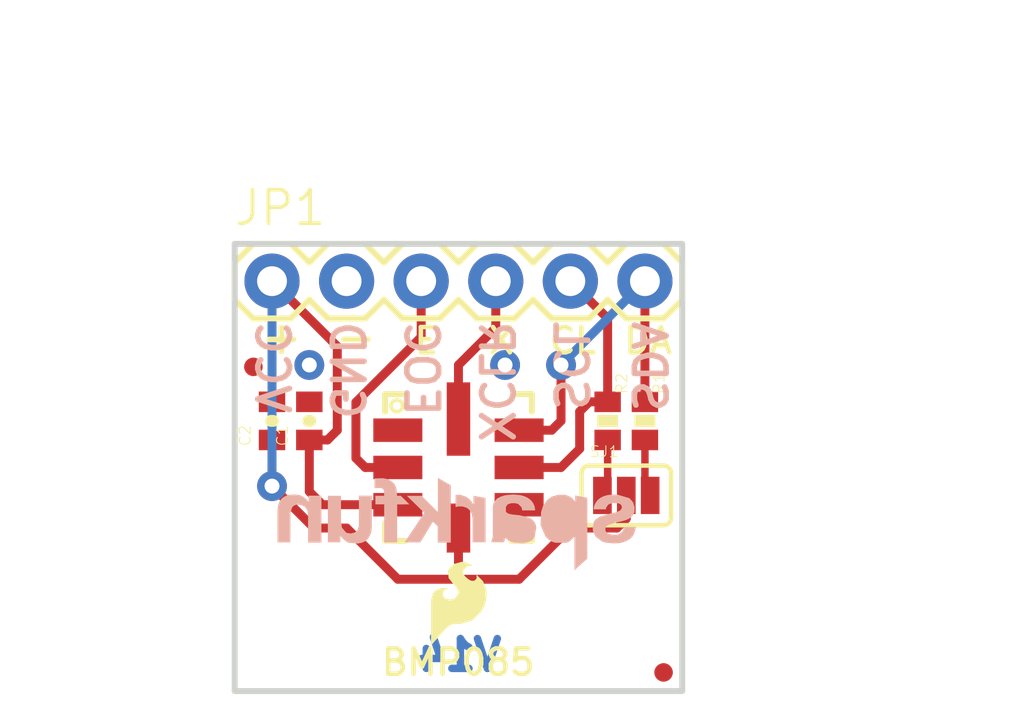
<source format=kicad_pcb>
(kicad_pcb (version 20211014) (generator pcbnew)
  (layers (0 "F.Cu" signal) (31 "B.Cu" signal) (34 "B.Paste" user) (35 "F.Paste" user) (36 "B.SilkS" user "B.Silkscreen") (37 "F.SilkS" user "F.Silkscreen") (38 "B.Mask" user) (39 "F.Mask" user) (44 "Edge.Cuts" user))
  (net 0 "")
  (net 1 "GND")
  (net 2 "EOC")
  (net 3 "SCL")
  (net 4 "SDA")
  (net 5 "XCLR")
  (net 6 "VCC")
  (net 7 "N$1")
  (net 8 "N$2")
  (footprint "boardEagle:0402-CAP" (layer "F.Cu") (at 142.1511 103.4161 90)
    (fp_text reference "C2" (at -0.889 -0.6985 90) (layer "F.SilkS") (effects (font (size 0.373888 0.373888) (thickness 0.032512)) (justify left bottom)))
    (fp_text value "0.1uF")
    (fp_line (start 0 -0.0305) (end 0 0.0305) (layer "F.SilkS") (width 0.4064))
    (pad "1" smd rect (at -0.65 0 90) (size 0.7 0.9) (layers "F.Cu" "F.Paste" "F.Mask") (net 6 "VCC"))
    (pad "2" smd rect (at 0.65 0 90) (size 0.7 0.9) (layers "F.Cu" "F.Paste" "F.Mask") (net 1 "GND"))
  )
  (footprint "boardEagle:MICRO-FIDUCIAL" (layer "F.Cu") (at 141.5161 101.5746)
    (fp_text reference "JP3" hide)
    (fp_text value "FIDUCIALUFIDUCIAL" hide)
    (pad "1" smd roundrect (at 0 0) (size 0.635 0.635) (layers "F.Cu" "F.Mask") (roundrect_rratio 0.5))
  )
  (footprint "boardEagle:SFE-LOGO-FLAME" (layer "F.Cu") (at 147.58035 111.0361)
    (fp_text reference "LOGO1" hide)
    (fp_text value "LOGO-SFESK" hide)
    (fp_poly (pts (xy 1.126002 -2.808203) (xy 1.215449 -2.785829) (xy 1.228477 -2.780783) (xy 1.240149 -2.774875) (xy 1.25686 -2.766576) (xy 1.275552 -2.759834) (xy 1.371694 -2.7026) (xy 1.3793 -2.7026) (xy 1.3793 -2.6772) (xy 1.306833 -2.6772) (xy 1.208418 -2.657914) (xy 1.074855 -2.495286) (xy 1.079365 -2.436825) (xy 1.12809 -2.341869) (xy 1.204666 -2.265196) (xy 1.294069 -2.200638) (xy 1.369348 -2.168824) (xy 1.450737 -2.171632) (xy 1.458864 -2.174186) (xy 1.466257 -2.177389) (xy 1.530514 -2.236956) (xy 1.5368 -2.259812) (xy 1.5368 -2.377938) (xy 1.763707 -2.148127) (xy 1.868186 -1.856841) (xy 1.871603 -1.856894) (xy 1.87806 -1.650435) (xy 1.848857 -1.45742) (xy 1.785308 -1.272842) (xy 1.6663 -1.061578) (xy 1.6663 -1.080581) (xy 1.378131 -0.80901) (xy 0.982239 -0.6985) (xy 0.753005 -0.6985) (xy 0.716201 -0.692046) (xy 0.681776 -0.679592) (xy 0.496322 -0.541784) (xy -0.0126 0.03091) (xy -0.0126 -1.52077) (xy 0.060004 -1.761967) (xy 0.168295 -1.865489) (xy 0.307122 -1.917522) (xy 0.4039 -1.925089) (xy 0.499384 -1.917623) (xy 0.55991 -1.908099) (xy 0.557788 -1.884433) (xy 0.522216 -1.885242) (xy 0.501784 -1.876141) (xy 0.420519 -1.817154) (xy 0.400722 -1.79067) (xy 0.390395 -1.7285) (xy 0.400905 -1.665229) (xy 0.421405 -1.625174) (xy 0.452343 -1.592685) (xy 0.546535 -1.54355) (xy 0.652229 -1.531742) (xy 0.742768 -1.550084) (xy 0.82422 -1.589656) (xy 0.92203 -1.754659) (xy 0.907706 -1.848844) (xy 0.850914 -1.930401) (xy 0.584707 -2.263237) (xy 0.561667 -2.510855) (xy 0.627495 -2.621556) (xy 0.629042 -2.623103) (xy 0.778901 -2.74712) (xy 1.032676 -2.817064)) (layer "F.SilkS") (width 0) (fill solid))
  )
  (footprint "boardEagle:0402-RES" (layer "F.Cu") (at 154.8511 103.4161 -90)
    (fp_text reference "R1" (at -0.889 -0.6985 -90) (layer "F.SilkS") (effects (font (size 0.373888 0.373888) (thickness 0.032512)) (justify left bottom)))
    (fp_text value "4.7k")
    (fp_poly (pts (xy -0.2032 0.3556) (xy 0.2032 0.3556) (xy 0.2032 -0.3556) (xy -0.2032 -0.3556)) (layer "F.SilkS") (width 0) (fill solid))
    (pad "1" smd rect (at -0.65 0 270) (size 0.7 0.9) (layers "F.Cu" "F.Paste" "F.Mask") (net 4 "SDA"))
    (pad "2" smd rect (at 0.65 0 270) (size 0.7 0.9) (layers "F.Cu" "F.Paste" "F.Mask") (net 7 "N$1"))
  )
  (footprint "boardEagle:STAND-OFF" (layer "F.Cu") (at 143.4211 110.0836)
    (fp_text reference "STANDOFF2" hide)
    (fp_text value "STAND-OFF" hide)
    (pad "" np_thru_hole circle (at 0 0) (size 3.302 3.302) (drill 3.302) (layers *.Cu *.Mask))
  )
  (footprint "boardEagle:0402-CAP" (layer "F.Cu") (at 143.4211 103.4161 90)
    (fp_text reference "C1" (at -0.889 -0.6985 90) (layer "F.SilkS") (effects (font (size 0.373888 0.373888) (thickness 0.032512)) (justify left bottom)))
    (fp_text value "0.1uF")
    (fp_line (start 0 -0.0305) (end 0 0.0305) (layer "F.SilkS") (width 0.4064))
    (pad "1" smd rect (at -0.65 0 90) (size 0.7 0.9) (layers "F.Cu" "F.Paste" "F.Mask") (net 6 "VCC"))
    (pad "2" smd rect (at 0.65 0 90) (size 0.7 0.9) (layers "F.Cu" "F.Paste" "F.Mask") (net 1 "GND"))
  )
  (footprint "boardEagle:1X06" (layer "F.Cu") (at 142.1511 98.6536)
    (fp_text reference "JP1" (at -1.3462 -1.8288) (layer "F.SilkS") (effects (font (size 1.143 1.143) (thickness 0.127)) (justify left bottom)))
    (fp_text value "")
    (fp_line (start 12.065 1.27) (end 11.43 0.635) (layer "F.SilkS") (width 0.2032))
    (fp_line (start 3.175 1.27) (end 1.905 1.27) (layer "F.SilkS") (width 0.2032))
    (fp_line (start 5.715 1.27) (end 4.445 1.27) (layer "F.SilkS") (width 0.2032))
    (fp_line (start 1.905 1.27) (end 1.27 0.635) (layer "F.SilkS") (width 0.2032))
    (fp_line (start 6.35 0.635) (end 5.715 1.27) (layer "F.SilkS") (width 0.2032))
    (fp_line (start 11.43 0.635) (end 10.795 1.27) (layer "F.SilkS") (width 0.2032))
    (fp_line (start 1.27 -0.635) (end 1.905 -1.27) (layer "F.SilkS") (width 0.2032))
    (fp_line (start 8.89 -0.635) (end 9.525 -1.27) (layer "F.SilkS") (width 0.2032))
    (fp_line (start 4.445 -1.27) (end 5.715 -1.27) (layer "F.SilkS") (width 0.2032))
    (fp_line (start 9.525 1.27) (end 8.89 0.635) (layer "F.SilkS") (width 0.2032))
    (fp_line (start 1.905 -1.27) (end 3.175 -1.27) (layer "F.SilkS") (width 0.2032))
    (fp_line (start 4.445 1.27) (end 3.81 0.635) (layer "F.SilkS") (width 0.2032))
    (fp_line (start 3.81 0.635) (end 3.175 1.27) (layer "F.SilkS") (width 0.2032))
    (fp_line (start 5.715 -1.27) (end 6.35 -0.635) (layer "F.SilkS") (width 0.2032))
    (fp_line (start -0.635 -1.27) (end -1.27 -0.635) (layer "F.SilkS") (width 0.2032))
    (fp_line (start 9.525 -1.27) (end 10.795 -1.27) (layer "F.SilkS") (width 0.2032))
    (fp_line (start 11.43 -0.635) (end 12.065 -1.27) (layer "F.SilkS") (width 0.2032))
    (fp_line (start 13.335 1.27) (end 12.065 1.27) (layer "F.SilkS") (width 0.2032))
    (fp_line (start 6.985 -1.27) (end 8.255 -1.27) (layer "F.SilkS") (width 0.2032))
    (fp_line (start 0.635 1.27) (end -0.635 1.27) (layer "F.SilkS") (width 0.2032))
    (fp_line (start 10.795 1.27) (end 9.525 1.27) (layer "F.SilkS") (width 0.2032))
    (fp_line (start 12.065 -1.27) (end 13.335 -1.27) (layer "F.SilkS") (width 0.2032))
    (fp_line (start 8.255 1.27) (end 6.985 1.27) (layer "F.SilkS") (width 0.2032))
    (fp_line (start 3.175 -1.27) (end 3.81 -0.635) (layer "F.SilkS") (width 0.2032))
    (fp_line (start 0.635 -1.27) (end 1.27 -0.635) (layer "F.SilkS") (width 0.2032))
    (fp_line (start 13.335 -1.27) (end 13.97 -0.635) (layer "F.SilkS") (width 0.2032))
    (fp_line (start 1.27 0.635) (end 0.635 1.27) (layer "F.SilkS") (width 0.2032))
    (fp_line (start 3.81 -0.635) (end 4.445 -1.27) (layer "F.SilkS") (width 0.2032))
    (fp_line (start 8.89 0.635) (end 8.255 1.27) (layer "F.SilkS") (width 0.2032))
    (fp_line (start 13.97 -0.635) (end 13.97 0.635) (layer "F.SilkS") (width 0.2032))
    (fp_line (start 6.35 0.635) (end 6.985 1.27) (layer "F.SilkS") (width 0.2032))
    (fp_line (start 13.97 0.635) (end 13.335 1.27) (layer "F.SilkS") (width 0.2032))
    (fp_line (start 8.255 -1.27) (end 8.89 -0.635) (layer "F.SilkS") (width 0.2032))
    (fp_line (start -1.27 -0.635) (end -1.27 0.635) (layer "F.SilkS") (width 0.2032))
    (fp_line (start -1.27 0.635) (end -0.635 1.27) (layer "F.SilkS") (width 0.2032))
    (fp_line (start 10.795 -1.27) (end 11.43 -0.635) (layer "F.SilkS") (width 0.2032))
    (fp_line (start -0.635 -1.27) (end 0.635 -1.27) (layer "F.SilkS") (width 0.2032))
    (fp_line (start 6.985 -1.27) (end 6.35 -0.635) (layer "F.SilkS") (width 0.2032))
    (pad "1" thru_hole circle (at 0 0 90) (size 1.8796 1.8796) (drill 1.016) (layers *.Cu *.Mask) (net 6 "VCC"))
    (pad "2" thru_hole circle (at 2.54 0 90) (size 1.8796 1.8796) (drill 1.016) (layers *.Cu *.Mask) (net 1 "GND"))
    (pad "3" thru_hole circle (at 5.08 0 90) (size 1.8796 1.8796) (drill 1.016) (layers *.Cu *.Mask) (net 2 "EOC"))
    (pad "4" thru_hole circle (at 7.62 0 90) (size 1.8796 1.8796) (drill 1.016) (layers *.Cu *.Mask) (net 5 "XCLR"))
    (pad "5" thru_hole circle (at 10.16 0 90) (size 1.8796 1.8796) (drill 1.016) (layers *.Cu *.Mask) (net 3 "SCL"))
    (pad "6" thru_hole circle (at 12.7 0 90) (size 1.8796 1.8796) (drill 1.016) (layers *.Cu *.Mask) (net 4 "SDA"))
  )
  (footprint "boardEagle:0402-RES" (layer "F.Cu") (at 153.5811 103.4161 -90)
    (fp_text reference "R2" (at -0.889 -0.6985 -90) (layer "F.SilkS") (effects (font (size 0.373888 0.373888) (thickness 0.032512)) (justify left bottom)))
    (fp_text value "4.7k")
    (fp_poly (pts (xy -0.2032 0.3556) (xy 0.2032 0.3556) (xy 0.2032 -0.3556) (xy -0.2032 -0.3556)) (layer "F.SilkS") (width 0) (fill solid))
    (pad "1" smd rect (at -0.65 0 270) (size 0.7 0.9) (layers "F.Cu" "F.Paste" "F.Mask") (net 3 "SCL"))
    (pad "2" smd rect (at 0.65 0 270) (size 0.7 0.9) (layers "F.Cu" "F.Paste" "F.Mask") (net 8 "N$2"))
  )
  (footprint "boardEagle:BMP085" (layer "F.Cu") (at 148.5011 105.0036)
    (fp_text reference "U1" hide)
    (fp_text value "BMP085" hide)
    (fp_line (start 2.5 2.5) (end 1.8 2.5) (layer "F.SilkS") (width 0.2032))
    (fp_line (start 2.5 -2.5) (end 1.9 -2.5) (layer "F.SilkS") (width 0.2032))
    (fp_line (start 2.5 2.5) (end 2.5 1.9) (layer "F.SilkS") (width 0.2032))
    (fp_line (start -2.5 2.5) (end -1.8 2.5) (layer "F.SilkS") (width 0.2032))
    (fp_line (start 2.5 -2.5) (end 2.5 -1.9) (layer "F.SilkS") (width 0.2032))
    (fp_line (start -2.5 -2.5) (end -2.5 -1.9) (layer "F.SilkS") (width 0.2032))
    (fp_line (start -2.5 2.5) (end -2.5 1.9) (layer "F.SilkS") (width 0.2032))
    (fp_line (start -2.5 -2.5) (end -1.9 -2.5) (layer "F.SilkS") (width 0.2032))
    (fp_circle (center -2.1 -2.1) (end -1.9 -2.1) (layer "F.SilkS") (width 0.127) (fill none))
    (pad "1" smd rect (at -2.065 -1.27 270) (size 0.8 1.67) (layers "F.Cu" "F.Paste" "F.Mask") (net 1 "GND"))
    (pad "2" smd rect (at -2.065 0 270) (size 0.8 1.67) (layers "F.Cu" "F.Paste" "F.Mask") (net 2 "EOC"))
    (pad "3" smd rect (at -2.065 1.27 270) (size 0.8 1.67) (layers "F.Cu" "F.Paste" "F.Mask") (net 6 "VCC"))
    (pad "4" smd rect (at 0 2.065 90) (size 1.67 0.8) (layers "F.Cu" "F.Paste" "F.Mask") (net 6 "VCC"))
    (pad "5" smd rect (at 2.065 1.27 270) (size 0.8 1.67) (layers "F.Cu" "F.Paste" "F.Mask"))
    (pad "6" smd rect (at 2.065 0 270) (size 0.8 1.67) (layers "F.Cu" "F.Paste" "F.Mask") (net 3 "SCL"))
    (pad "7" smd rect (at 2.065 -1.27 270) (size 0.8 1.67) (layers "F.Cu" "F.Paste" "F.Mask") (net 4 "SDA"))
    (pad "8" smd rect (at 0 -1.65 90) (size 2.5 0.8) (layers "F.Cu" "F.Paste" "F.Mask") (net 5 "XCLR"))
  )
  (footprint "boardEagle:SJ_3_PASTE1&2&3" (layer "F.Cu") (at 154.2161 105.9561)
    (fp_text reference "SJ1" (at -1.27 -1.27) (layer "F.SilkS") (effects (font (size 0.373888 0.373888) (thickness 0.032512)) (justify left bottom)))
    (fp_text value "")
    (fp_line (start 1.524 0.762) (end 1.524 -0.762) (layer "F.SilkS") (width 0.1524))
    (fp_line (start 1.27 1.016) (end -1.27 1.016) (layer "F.SilkS") (width 0.1524))
    (fp_line (start -1.27 -1.016) (end 1.27 -1.016) (layer "F.SilkS") (width 0.1524))
    (fp_line (start -1.524 0.762) (end -1.524 -0.762) (layer "F.SilkS") (width 0.1524))
    (fp_arc (start 1.524 0.762) (mid 1.449605 0.941605) (end 1.27 1.016) (layer "F.SilkS") (width 0.1524))
    (fp_arc (start -1.524 -0.762) (mid -1.449605 -0.941605) (end -1.27 -1.016) (layer "F.SilkS") (width 0.1524))
    (fp_arc (start 1.27 -1.016) (mid 1.449605 -0.941605) (end 1.524 -0.762) (layer "F.SilkS") (width 0.1524))
    (fp_arc (start -1.27 1.016) (mid -1.449605 0.941605) (end -1.524 0.762) (layer "F.SilkS") (width 0.1524))
    (pad "1" smd rect (at -0.8128 0) (size 0.635 1.27) (layers "F.Cu" "F.Mask") (net 8 "N$2"))
    (pad "2" smd rect (at 0 0) (size 0.635 1.27) (layers "F.Cu" "F.Mask") (net 6 "VCC"))
    (pad "3" smd rect (at 0.8128 0) (size 0.635 1.27) (layers "F.Cu" "F.Mask") (net 7 "N$1"))
  )
  (footprint "boardEagle:STAND-OFF" (layer "F.Cu") (at 153.5811 110.0836)
    (fp_text reference "STANDOFF1" hide)
    (fp_text value "STAND-OFF" hide)
    (pad "" np_thru_hole circle (at 0 0) (size 3.302 3.302) (drill 3.302) (layers *.Cu *.Mask))
  )
  (footprint "boardEagle:MICRO-FIDUCIAL" (layer "F.Cu") (at 155.4861 111.9886)
    (fp_text reference "JP4" hide)
    (fp_text value "FIDUCIALUFIDUCIAL" hide)
    (pad "1" smd roundrect (at 0 0) (size 0.635 0.635) (layers "F.Cu" "F.Mask") (roundrect_rratio 0.5))
  )
  (footprint "boardEagle:SFE-NEW-WEB" (layer "B.Cu") (at 154.5336 108.4961 180)
    (fp_text reference "JP2" hide)
    (fp_text value "LOGO-SFENW2" hide)
    (fp_line (start 11.1201 2.2962) (end 11.1277 2.2962) (layer "B.SilkS") (width 0.0254))
    (fp_line (start 12.1818 2.0091) (end 12.1818 0.955) (layer "B.SilkS") (width 0.0254))
    (fp_line (start 11.1379 0.9449) (end 10.7163 0.9449) (layer "B.SilkS") (width 0.0254))
    (fp_line (start 12.1818 0.955) (end 11.7729 0.955) (layer "B.SilkS") (width 0.0254))
    (fp_line (start 10.7163 2.5171) (end 11.1201 2.5171) (layer "B.SilkS") (width 0.0254))
    (fp_line (start 10.7163 0.9449) (end 10.7163 2.5171) (layer "B.SilkS") (width 0.0254))
    (fp_line (start 11.1201 2.5171) (end 11.1201 2.2962) (layer "B.SilkS") (width 0.0254))
    (fp_line (start 11.1379 1.8136) (end 11.1379 0.9449) (layer "B.SilkS") (width 0.0254))
    (fp_line (start 11.7729 0.955) (end 11.7729 1.9202) (layer "B.SilkS") (width 0.0254))
    (fp_arc (start 11.5976 2.2276) (mid 11.565101 2.235925) (end 11.5316 2.2377) (layer "B.SilkS") (width 0.0254))
    (fp_arc (start 11.1277 2.2962) (mid 11.137379 2.298176) (end 11.1455 2.3038) (layer "B.SilkS") (width 0.0254))
    (fp_arc (start 11.2598 2.1692) (mid 11.206137 2.110016) (end 11.1684 2.0396) (layer "B.SilkS") (width 0.0254))
    (fp_arc (start 11.5672 2.5552) (mid 11.411238 2.523841) (end 11.2725 2.446) (layer "B.SilkS") (width 0.0254))
    (fp_arc (start 11.4198 2.2327) (mid 11.475702 2.235165) (end 11.5316 2.2377) (layer "B.SilkS") (width 0.0254))
    (fp_arc (start 11.1862 2.3571) (mid 11.172158 2.338081) (end 11.1582 2.319) (layer "B.SilkS") (width 0.0254))
    (fp_arc (start 12.0345 2.425699) (mid 11.911985 2.51116) (end 11.7678 2.5502) (layer "B.SilkS") (width 0.0254))
    (fp_arc (start 11.4198 2.2327) (mid 11.334441 2.214452) (end 11.259799 2.1692) (layer "B.SilkS") (width 0.0254))
    (fp_arc (start 11.7729 1.9202) (mid 11.758038 2.02962) (end 11.7145 2.1311) (layer "B.SilkS") (width 0.0254))
    (fp_arc (start 11.1455 2.3038) (mid 11.152103 2.311188) (end 11.1582 2.319) (layer "B.SilkS") (width 0.0254))
    (fp_arc (start 11.7678 2.5502) (mid 11.667584 2.556058) (end 11.5672 2.5552) (layer "B.SilkS") (width 0.0254))
    (fp_arc (start 11.1684 2.0396) (mid 11.146105 1.962214) (end 11.1379 1.8821) (layer "B.SilkS") (width 0.0254))
    (fp_arc (start 11.2725 2.446) (mid 11.226399 2.404414) (end 11.1862 2.3571) (layer "B.SilkS") (width 0.0254))
    (fp_arc (start 12.1488 2.232699) (mid 12.104013 2.336521) (end 12.0345 2.4257) (layer "B.SilkS") (width 0.0254))
    (fp_arc (start 11.7145 2.1311) (mid 11.664346 2.1894) (end 11.5976 2.2276) (layer "B.SilkS") (width 0.0254))
    (fp_arc (start 12.1818 2.0091) (mid 12.172765 2.122002) (end 12.1488 2.2327) (layer "B.SilkS") (width 0.0254))
    (fp_arc (start 11.1379 1.8821) (mid 11.137681 1.84785) (end 11.1379 1.8136) (layer "B.SilkS") (width 0.0254))
    (fp_poly (pts (xy 8.809435 3.119895) (xy 8.875117 3.1166) (xy 8.89 3.1166) (xy 8.89 2.7889) (xy 8.869112 2.7889) (xy 8.841108 2.7915) (xy 8.660351 2.7915) (xy 8.587936 2.740064) (xy 8.571192 2.699602) (xy 8.5649 2.653436) (xy 8.5649 2.5273) (xy 8.8621 2.5273) (xy 8.8621 2.2352) (xy 8.5623 2.2352) (xy 8.5623 0.9322) (xy 8.1204 0.9322) (xy 8.1204 2.232779) (xy 7.70383 2.235391) (xy 7.995739 2.5273) (xy 8.1255 2.5273) (xy 8.1255 2.560826) (xy 8.143432 2.77702) (xy 8.219199 2.938937) (xy 8.324367 3.032939) (xy 8.449534 3.095959) (xy 8.586403 3.1242) (xy 8.743112 3.1242)) (layer "B.SilkS") (width 0) (fill solid))
    (fp_poly (pts (xy 11.770768 2.56283) (xy 12.043428 2.435548) (xy 12.160999 2.237024) (xy 12.1945 2.010032) (xy 12.1945 0.9423) (xy 11.7602 0.9423) (xy 11.7602 1.918474) (xy 11.70302 2.124971) (xy 11.656141 2.179464) (xy 11.593345 2.215403) (xy 11.53092 2.224956) (xy 11.476269 2.222478) (xy 11.422495 2.220106) (xy 11.268 2.158791) (xy 11.18035 2.034508) (xy 11.1506 1.880883) (xy 11.1506 0.9322) (xy 10.7036 0.9322) (xy 10.7036 2.5298) (xy 11.1328 2.5298) (xy 11.1328 2.310454) (xy 11.136857 2.313263) (xy 11.148195 2.326834) (xy 11.161924 2.345602) (xy 11.176241 2.364992) (xy 11.217267 2.413279) (xy 11.265048 2.456381) (xy 11.406772 2.535896) (xy 11.566093 2.567932)) (layer "B.SilkS") (width 0) (fill solid))
    (fp_poly (pts (xy 4.444983 2.544915) (xy 4.588724 2.501712) (xy 4.72259 2.430523) (xy 4.844814 2.271666) (xy 4.859671 2.1819) (xy 4.8616 2.1819) (xy 4.8616 1.6891) (xy 4.864173 1.6891) (xy 4.861603 1.242544) (xy 4.871819 1.108765) (xy 4.906709 0.979276) (xy 4.920484 0.9423) (xy 4.495275 0.9423) (xy 4.477494 0.951279) (xy 4.472002 0.970735) (xy 4.468249 0.985133) (xy 4.446292 1.084946) (xy 4.440321 1.089528) (xy 4.438946 1.088886) (xy 4.309064 0.98859) (xy 4.153188 0.927249) (xy 3.824183 0.906712) (xy 3.683825 0.938256) (xy 3.554173 1.000134) (xy 3.486826 1.05665) (xy 3.437273 1.130532) (xy 3.3807 1.444163) (xy 3.3807 1.446675) (xy 3.401941 1.543624) (xy 3.446308 1.632822) (xy 3.527788 1.722902) (xy 3.632416 1.784766) (xy 3.937258 1.861632) (xy 4.048648 1.873601) (xy 4.159032 1.884616) (xy 4.224808 1.893434) (xy 4.289167 1.907055) (xy 4.336271 1.923637) (xy 4.379043 1.948303) (xy 4.407461 1.974391) (xy 4.413402 1.982997) (xy 4.4171 1.991455) (xy 4.4171 2.14983) (xy 4.358226 2.232254) (xy 4.254396 2.270917) (xy 4.188033 2.274326) (xy 4.120968 2.275774) (xy 4.006679 2.25395) (xy 3.883049 2.131716) (xy 3.8659 2.045941) (xy 3.8659 2.0295) (xy 3.429 2.0295) (xy 3.429 2.040006) (xy 3.418965 2.041638) (xy 3.439259 2.166448) (xy 3.491292 2.283494) (xy 3.571378 2.383462) (xy 3.674008 2.459597) (xy 3.791998 2.513469) (xy 3.916944 2.547448) (xy 4.18103 2.571338)) (layer "B.SilkS") (width 0) (fill solid))
    (fp_poly (pts (xy 6.7335 1.97376) (xy 7.284539 2.5248) (xy 7.78835 2.5248) (xy 7.197009 1.946483) (xy 7.869909 0.937183) (xy 7.330929 0.939835) (xy 6.903958 1.643716) (xy 6.7386 1.483032) (xy 6.7386 0.9296) (xy 6.306639 0.9296) (xy 6.2941 0.942139) (xy 6.2941 2.887776) (xy 6.7335 3.138467)) (layer "B.SilkS") (width 0) (fill solid))
    (fp_poly (pts (xy 0.803285 2.567895) (xy 0.944243 2.553799) (xy 1.081508 2.516334) (xy 1.193542 2.461399) (xy 1.291841 2.383865) (xy 1.357039 2.297824) (xy 1.377068 2.257603) (xy 1.393653 2.216867) (xy 1.417283 2.151914) (xy 1.353784 2.105111) (xy 1.152335 2.254241) (xy 0.736496 2.387002) (xy 0.372563 2.277101) (xy 0.417885 2.019712) (xy 1.241556 1.540676) (xy 1.263422 1.497067) (xy 1.147655 1.152457) (xy 0.724605 1.058492) (xy -0.038666 1.4605) (xy 0.4115 1.4605) (xy 0.4115 1.443466) (xy 0.420402 1.369907) (xy 0.454647 1.305856) (xy 0.524204 1.243359) (xy 0.610838 1.206018) (xy 0.637726 1.200933) (xy 0.665996 1.198897) (xy 0.7328 1.198389) (xy 0.79791 1.198884) (xy 0.968129 1.258019) (xy 1.007666 1.302193) (xy 1.028603 1.358428) (xy 1.025789 1.425439) (xy 0.995864 1.485288) (xy 0.943734 1.527918) (xy 0.715431 1.605731) (xy 0.533161 1.644154) (xy 0.351479 1.692254) (xy 0.230117 1.743632) (xy 0.122357 1.822697) (xy 0.0457 1.960096) (xy 0.0457 1.963141) (xy 0.038572 2.135467) (xy 0.0838 2.300409) (xy 0.0838 2.303445) (xy 0.206233 2.444416) (xy 0.620397 2.567885) (xy 0.71245 2.568634)) (layer "B.SilkS") (width 0) (fill solid))
    (fp_poly (pts (xy 1.201557 2.290098) (xy 1.414074 2.156268) (xy 1.42383 2.065) (xy 1.01008 2.065) (xy 1.00135 2.126336) (xy 0.936084 2.220524) (xy 0.871818 2.257603) (xy 0.798545 2.2758) (xy 0.628591 2.2758) (xy 0.583991 2.267366) (xy 0.541641 2.251683) (xy 0.51157 2.232098) (xy 0.488615 2.205726) (xy 0.469153 2.152745) (xy 0.474605 2.097619) (xy 0.521549 2.031824) (xy 0.664468 1.962838) (xy 0.866638 1.922444) (xy 1.206678 1.822687) (xy 1.354318 1.729494) (xy 1.389578 1.692366) (xy 1.416579 1.648151) (xy 1.460229 1.440208) (xy 1.447804 1.4376) (xy 1.460484 1.436955) (xy 1.457817 1.384541) (xy 1.452657 1.33034) (xy 1.371775 1.140043) (xy 1.14885 0.969822) (xy 1.013381 0.927267) (xy 0.74708 0.904177) (xy 0.617383 0.909691) (xy 0.487493 0.922202) (xy 0.306845 0.984179) (xy 0.185213 1.061804) (xy 0.109225 1.132023) (xy 0.056988 1.2215) (xy 0.013059 1.350644) (xy 0.002577 1.410659) (xy -0.00152 1.469003) (xy 0.738195 1.10308) (xy 1.120535 1.189415) (xy 1.224069 1.497645) (xy 0.809011 1.723764) (xy 0.364394 1.98847) (xy 0.308075 2.310537) (xy 0.741882 2.423672)) (layer "B.SilkS") (width 0) (fill solid))
    (fp_poly (pts (xy 6.1316 2.557116) (xy 6.1316 2.1463) (xy 6.115783 2.1463) (xy 6.10653 2.147054) (xy 6.097893 2.149211) (xy 6.068387 2.157247) (xy 6.038922 2.161538) (xy 5.96265 2.16474) (xy 5.887609 2.16159) (xy 5.731931 2.107297) (xy 5.637642 2.018651) (xy 5.577302 1.903423) (xy 5.5499 1.736362) (xy 5.5499 0.9423) (xy 5.107878 0.9423) (xy 5.110519 2.454146) (xy 5.522 2.527255) (xy 5.522 2.234211) (xy 5.526569 2.235704) (xy 5.544428 2.262537) (xy 5.578841 2.314524) (xy 5.613758 2.367854) (xy 5.686736 2.438162) (xy 5.778008 2.498223) (xy 5.979984 2.565515)) (layer "B.SilkS") (width 0) (fill solid))
    (fp_poly (pts (xy 2.834651 2.506079) (xy 2.92707 2.450683) (xy 3.011605 2.383731) (xy 3.1267 2.221709) (xy 3.1267 2.263503) (xy 3.219434 1.972794) (xy 3.236098 1.526727) (xy 3.068933 1.135798) (xy 2.975978 1.041462) (xy 2.864973 0.970996) (xy 2.740356 0.92713) (xy 2.372489 0.922) (xy 2.370226 0.922) (xy 2.254471 0.962806) (xy 2.0828 1.127587) (xy 2.0828 -0.010757) (xy 1.6434 0.385552) (xy 1.6434 2.45912) (xy 2.057593 2.537568) (xy 2.055012 2.330538) (xy 2.068304 2.345345) (xy 2.15812 2.442839) (xy 2.234107 2.497896) (xy 2.368681 2.552194) (xy 2.419192 2.562883) (xy 2.620347 2.565422)) (layer "B.SilkS") (width 0) (fill solid))
    (fp_poly (pts (xy 9.4234 1.520809) (xy 9.472888 1.359974) (xy 9.516069 1.308185) (xy 9.573108 1.271734) (xy 9.714103 1.241374) (xy 9.853529 1.268908) (xy 10.003067 1.442966) (xy 10.033 1.684784) (xy 10.033 2.5273) (xy 10.48 2.5273) (xy 10.48 0.9398) (xy 10.0533 0.9398) (xy 10.0533 1.159713) (xy 9.961626 1.051965) (xy 9.823848 0.946774) (xy 9.797269 0.933513) (xy 9.76873 0.924761) (xy 9.46843 0.899096) (xy 9.311419 0.929258) (xy 9.173895 1.0008) (xy 9.172522 1.0008) (xy 9.155194 1.014756) (xy 9.141833 1.028106) (xy 9.055991 1.150842) (xy 9.0022 1.291099) (xy 8.984 1.439423) (xy 8.984 2.5324) (xy 9.4234 2.5324)) (layer "B.SilkS") (width 0) (fill solid))
  )
  (gr_line (start 140.8811 112.6236) (end 156.1211 112.6236) (layer "Edge.Cuts") (width 0.2032))
  (gr_line (start 156.1211 97.3836) (end 140.8811 97.3836) (layer "Edge.Cuts") (width 0.2032))
  (gr_line (start 156.1211 112.6236) (end 156.1211 97.3836) (layer "Edge.Cuts") (width 0.2032))
  (gr_line (start 140.8811 97.3836) (end 140.8811 112.6236) (layer "Edge.Cuts") (width 0.2032))
  (gr_text "V14" (at 150.0886 111.9886) (layer "B.Cu") (effects (font (size 1.016 1.016) (thickness 0.254)) (justify left bottom mirror)))
  (gr_text "VCC" (at 142.7861 99.9236 -90) (layer "B.SilkS") (effects (font (size 1.0795 1.0795) (thickness 0.1905)) (justify right top mirror)))
  (gr_text "EOC" (at 147.8661 99.9236 -90) (layer "B.SilkS") (effects (font (size 1.0795 1.0795) (thickness 0.1905)) (justify right top mirror)))
  (gr_text "SDA" (at 155.6131 99.9236 -90) (layer "B.SilkS") (effects (font (size 1.0795 1.0795) (thickness 0.1905)) (justify right top mirror)))
  (gr_text "SCL" (at 152.9461 99.9236 -90) (layer "B.SilkS") (effects (font (size 1.0795 1.0795) (thickness 0.1905)) (justify right top mirror)))
  (gr_text "XCLR" (at 150.4061 99.9236 -90) (layer "B.SilkS") (effects (font (size 1.0795 1.0795) (thickness 0.1905)) (justify right top mirror)))
  (gr_text "GND" (at 145.3261 99.9236 -90) (layer "B.SilkS") (effects (font (size 1.0795 1.0795) (thickness 0.1905)) (justify right top mirror)))
  (gr_text "DA" (at 154.05735 101.1936) (layer "F.SilkS") (effects (font (size 0.8636 0.8636) (thickness 0.1524)) (justify left bottom)))
  (gr_text "CL" (at 151.51735 101.1936) (layer "F.SilkS") (effects (font (size 0.8636 0.8636) (thickness 0.1524)) (justify left bottom)))
  (gr_text "BMP085" (at 145.80235 112.14735) (layer "F.SilkS") (effects (font (size 0.8636 0.8636) (thickness 0.1524)) (justify left bottom)))
  (gr_text "X" (at 149.4536 101.1936) (layer "F.SilkS") (effects (font (size 0.8636 0.8636) (thickness 0.1524)) (justify left bottom)))
  (gr_text "+" (at 141.67485 101.1936) (layer "F.SilkS") (effects (font (size 1.0795 1.0795) (thickness 0.1905)) (justify left bottom)))
  (gr_text "E" (at 146.9136 101.1936) (layer "F.SilkS") (effects (font (size 0.8636 0.8636) (thickness 0.1524)) (justify left bottom)))
  (gr_text "-" (at 144.21485 101.1936) (layer "F.SilkS") (effects (font (size 1.0795 1.0795) (thickness 0.1905)) (justify left bottom)))
  (via (at 150.0886 101.5111) (size 1.016) (drill 0.508) (layers "F.Cu" "B.Cu") (net 1))
  (via (at 143.4211 101.5111) (size 1.016) (drill 0.508) (layers "F.Cu" "B.Cu") (net 1))
  (segment (start 145.0086 104.6861) (end 145.0086 102.7811) (width 0.3048) (layer "F.Cu") (net 2))
  (segment (start 147.2311 100.5586) (end 147.2311 98.6536) (width 0.3048) (layer "F.Cu") (net 2))
  (segment (start 146.4361 105.0036) (end 145.3261 105.0036) (width 0.3048) (layer "F.Cu") (net 2))
  (segment (start 145.0086 102.7811) (end 147.2311 100.5586) (width 0.3048) (layer "F.Cu") (net 2))
  (segment (start 145.3261 105.0036) (end 145.0086 104.6861) (width 0.3048) (layer "F.Cu") (net 2))
  (segment (start 153.5811 102.7661) (end 153.5811 99.9236) (width 0.3048) (layer "F.Cu") (net 3))
  (segment (start 150.5661 105.0036) (end 151.9936 105.0036) (width 0.3048) (layer "F.Cu") (net 3))
  (segment (start 153.5811 99.9236) (end 152.3111 98.6536) (width 0.3048) (layer "F.Cu") (net 3))
  (segment (start 153.5811 102.7661) (end 152.9611 102.7661) (width 0.3048) (layer "F.Cu") (net 3))
  (segment (start 152.6286 103.0986) (end 152.6286 104.3686) (width 0.3048) (layer "F.Cu") (net 3))
  (segment (start 152.9611 102.7661) (end 152.6286 103.0986) (width 0.3048) (layer "F.Cu") (net 3))
  (segment (start 151.9936 105.0036) (end 152.6286 104.3686) (width 0.3048) (layer "F.Cu") (net 3))
  (segment (start 154.8511 102.7661) (end 154.8511 98.6536) (width 0.3048) (layer "F.Cu") (net 4))
  (segment (start 151.9936 103.4161) (end 151.9936 101.5111) (width 0.3048) (layer "F.Cu") (net 4))
  (segment (start 150.5661 103.7336) (end 151.6761 103.7336) (width 0.3048) (layer "F.Cu") (net 4))
  (segment (start 151.6761 103.7336) (end 151.9936 103.4161) (width 0.3048) (layer "F.Cu") (net 4))
  (via (at 151.9936 101.5111) (size 1.016) (drill 0.508) (layers "F.Cu" "B.Cu") (net 4))
  (segment (start 151.9936 101.5111) (end 154.8511 98.6536) (width 0.3048) (layer "B.Cu") (net 4))
  (segment (start 149.7711 100.2411) (end 149.7711 98.6536) (width 0.3048) (layer "F.Cu") (net 5))
  (segment (start 148.5011 101.5111) (end 149.7711 100.2411) (width 0.3048) (layer "F.Cu") (net 5))
  (segment (start 148.5011 103.3536) (end 148.5011 101.5111) (width 0.3048) (layer "F.Cu") (net 5))
  (segment (start 143.4211 104.0661) (end 143.4211 105.824588) (width 0.3048) (layer "F.Cu") (net 6))
  (segment (start 144.0411 104.0661) (end 144.3736 103.7336) (width 0.3048) (layer "F.Cu") (net 6))
  (segment (start 146.43735 108.8136) (end 148.5011 108.8136) (width 0.3048) (layer "F.Cu") (net 6))
  (segment (start 144.3736 103.7336) (end 144.3736 100.8761) (width 0.3048) (layer "F.Cu") (net 6))
  (segment (start 142.1511 105.6386) (end 143.57985 107.06735) (width 0.3048) (layer "F.Cu") (net 6))
  (segment (start 148.5011 108.8136) (end 148.5011 107.0686) (width 0.3048) (layer "F.Cu") (net 6))
  (segment (start 143.4211 104.0661) (end 144.0411 104.0661) (width 0.3048) (layer "F.Cu") (net 6))
  (segment (start 143.57985 107.06735) (end 144.6911 107.06735) (width 0.3048) (layer "F.Cu") (net 6))
  (segment (start 153.8986 107.06735) (end 152.3111 107.06735) (width 0.3048) (layer "F.Cu") (net 6))
  (segment (start 150.56485 108.8136) (end 148.5011 108.8136) (width 0.3048) (layer "F.Cu") (net 6))
  (segment (start 154.2161 105.9561) (end 154.2161 106.74985) (width 0.3048) (layer "F.Cu") (net 6))
  (segment (start 143.870112 106.2736) (end 146.4361 106.2736) (width 0.3048) (layer "F.Cu") (net 6))
  (segment (start 154.2161 106.74985) (end 153.8986 107.06735) (width 0.3048) (layer "F.Cu") (net 6))
  (segment (start 143.4211 105.824588) (end 143.870112 106.2736) (width 0.3048) (layer "F.Cu") (net 6))
  (segment (start 142.1511 104.0661) (end 142.1511 105.6386) (width 0.3048) (layer "F.Cu") (net 6))
  (segment (start 144.6911 107.06735) (end 146.43735 108.8136) (width 0.3048) (layer "F.Cu") (net 6))
  (segment (start 144.3736 100.8761) (end 142.1511 98.6536) (width 0.3048) (layer "F.Cu") (net 6))
  (segment (start 152.3111 107.06735) (end 150.56485 108.8136) (width 0.3048) (layer "F.Cu") (net 6))
  (via (at 142.1511 105.6386) (size 1.016) (drill 0.508) (layers "F.Cu" "B.Cu") (net 6))
  (segment (start 142.1511 98.6536) (end 142.1511 105.6386) (width 0.3048) (layer "B.Cu") (net 6))
  (segment (start 154.8511 106.2736) (end 155.0289 105.9561) (width 0.254) (layer "F.Cu") (net 7))
  (segment (start 154.8511 104.0661) (end 154.8511 106.2736) (width 0.254) (layer "F.Cu") (net 7))
  (segment (start 153.5811 106.2736) (end 153.4033 105.9561) (width 0.254) (layer "F.Cu") (net 8))
  (segment (start 153.5811 104.0661) (end 153.5811 106.2736) (width 0.254) (layer "F.Cu") (net 8))
)
</source>
